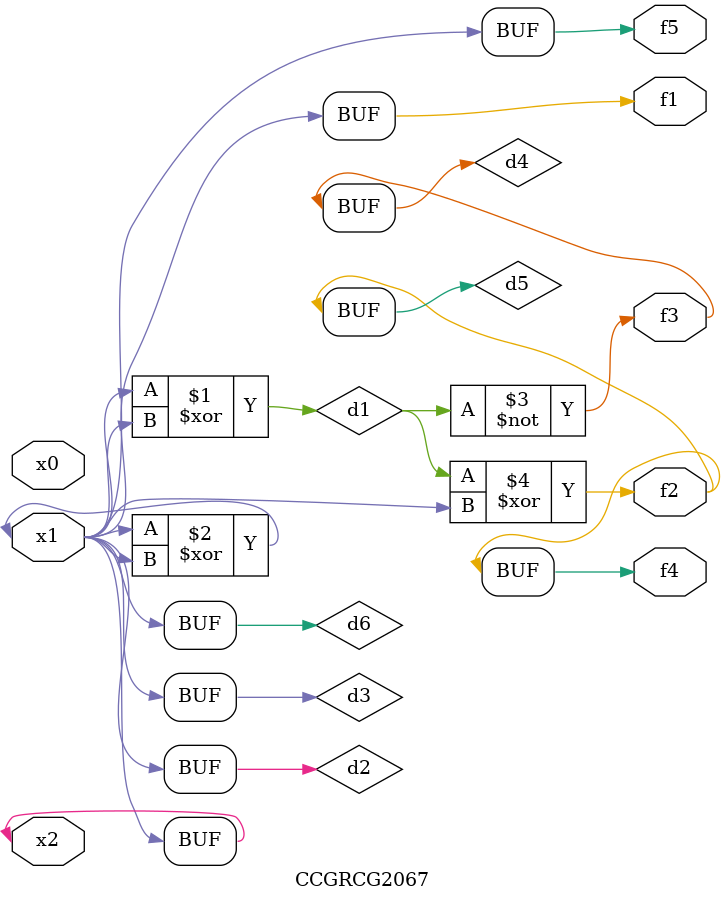
<source format=v>
module CCGRCG2067(
	input x0, x1, x2,
	output f1, f2, f3, f4, f5
);

	wire d1, d2, d3, d4, d5, d6;

	xor (d1, x1, x2);
	buf (d2, x1, x2);
	xor (d3, x1, x2);
	nor (d4, d1);
	xor (d5, d1, d2);
	buf (d6, d2, d3);
	assign f1 = d6;
	assign f2 = d5;
	assign f3 = d4;
	assign f4 = d5;
	assign f5 = d6;
endmodule

</source>
